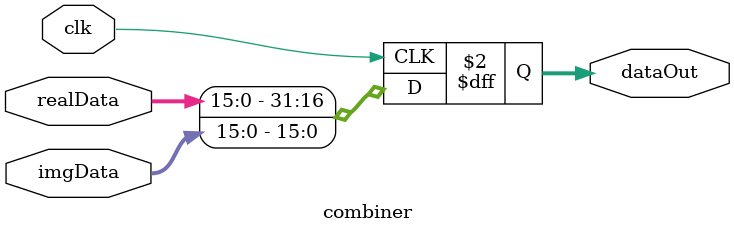
<source format=v>
   
`timescale 1ns / 1ps
module combiner(
input clk,
output reg [31:0]dataOut,
input [15:0]realData,
input [15:0]imgData);
    
   always@(posedge clk)
   begin
    dataOut[15:0]<=imgData;
    dataOut[31:16]<=realData;
   end
endmodule

</source>
